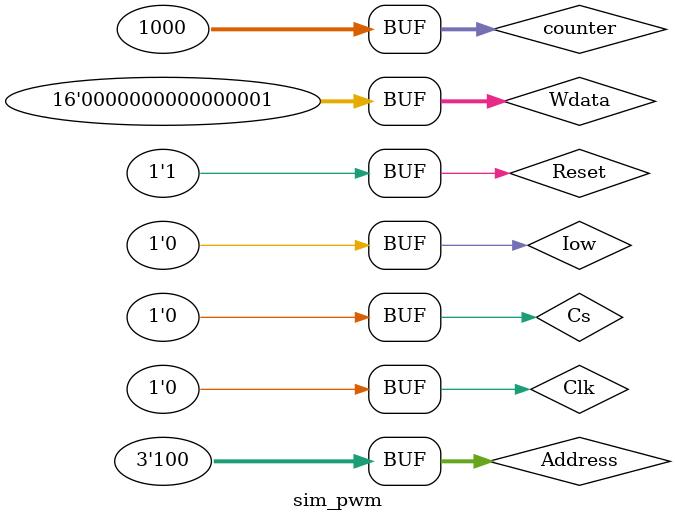
<source format=v>
`timescale 1ns / 1ps


module sim_pwm(
    );
//input Reset,input [2:0] Address,input Cs,input Clk,input Iow,input [15:0] Wdata,output Pwm    
reg Reset;
reg [2:0] Address;
reg Cs;
reg Clk;
reg Iow;
reg [15:0] Wdata;
wire Pwm;
reg [31:0] counter=0;
    dev_pwm uut1(Reset,Address,Cs,Clk,Iow,Wdata,Pwm);
    
    always
    begin
        Reset = 1;
        Address = 0;
        Cs = 0;
        Clk = 0;
        Iow = 0;
        Wdata = 0;
        #5;
        //¿ªÊ¼Reset
        Reset = 0;
        Clk = 0;
        #5;
        //¿ªÊ¼Ð´²ÎÊý
        Reset = 1;
        Cs = 1;
        Iow = 1;
        Address = 0;
        Wdata = 12;//¸ø1ºÅmaxval¼Ä´æÆ÷Ð´×î´óÖµ12
        Clk = 1;//ClkÉÏÉýÑØÐ´Èë
        #5;
        Clk = 0;
        #5;

        Address = 2;
        Wdata = 4;//¸ø2ºÅcompval¼Ä´æÆ÷Ð´±È½ÏÖµ4
        Clk = 1;//ClkÉÏÉýÑØÐ´Èë
        #5;
        Clk = 0;
        #5;
        
        Address = 4;
        Wdata = 1;//¸ø0ºÅ¿ØÖÆ¼Ä´æÆ÷Ð´Ê¹ÄÜÐÅºÅ1
        Clk = 1;//ClkÉÏÉýÑØÐ´Èë
        #5;
        Clk = 0;
        #5;
        
        Cs = 0;
        Iow = 0;
        
        for(counter = 0;counter<1000;counter=counter+1)
        begin
            Clk=1;
            #5;
            Clk=0;
            #5;
        end
        
    
    end
    
    
endmodule

</source>
